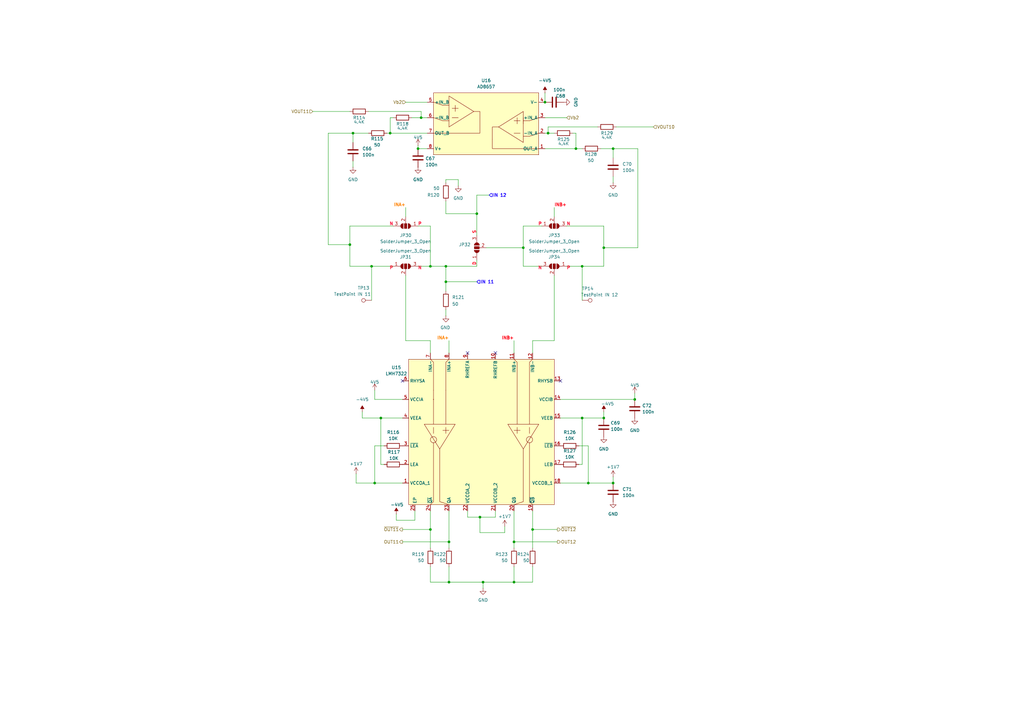
<source format=kicad_sch>
(kicad_sch (version 20231120) (generator "eeschema") (generator_version "8.0")
  (paper "A3")
  (lib_symbols
    (symbol "Connector:TestPoint" (pin_numbers hide) (pin_names (offset 0.762) hide)
      (property "Reference" "TP" (at 0 6.858 0))
      (property "Value" "TestPoint" (at 0 5.08 0))
      (symbol "TestPoint_0_1"
        (circle (center 0 3.302) (radius 0.762))
      )
      (symbol "TestPoint_1_1"
        (pin passive line (at 0 0 90) (length 2.54) (name "1") (number "1"))
      )
    )
    (symbol "Device:C" (pin_numbers hide) (pin_names (offset 0.254))
      (property "Reference" "C" (at 0.635 2.54 0))
      (property "Value" "C" (at 0.635 -2.54 0))
      (symbol "C_0_1"
        (polyline (pts (xy -2.032 -0.762) (xy 2.032 -0.762)) (stroke (width 0.508)))
        (polyline (pts (xy -2.032 0.762) (xy 2.032 0.762)) (stroke (width 0.508)))
      )
      (symbol "C_1_1"
        (pin passive line (at 0 3.81 270) (length 2.794) (name "~") (number "1"))
        (pin passive line (at 0 -3.81 90) (length 2.794) (name "~") (number "2"))
      )
    )
    (symbol "Device:R" (pin_numbers hide) (pin_names (offset 0))
      (property "Reference" "R" (at 2.032 0 90))
      (property "Value" "R" (at 0 0 90))
      (symbol "R_0_1"
        (rectangle (start -1.016 -2.54) (end 1.016 2.54) (stroke (width 0.254)))
      )
      (symbol "R_1_1"
        (pin passive line (at 0 3.81 270) (length 1.27) (name "~") (number "1"))
        (pin passive line (at 0 -3.81 90) (length 1.27) (name "~") (number "2"))
      )
    )
    (symbol "SolderJumper_3_Open_3" (pin_names (offset 0) hide) (exclude_from_sim yes) (in_bom no)
      (property "Reference" "JP" (at -2.54 -2.54 0))
      (property "Value" "SolderJumper_3_Open" (at 0 2.794 0))
      (symbol "SolderJumper_3_Open_3_0_1"
        (arc (start -1.016 1.016) (mid -2.0276 0) (end -1.016 -1.016))
        (arc (start -1.016 1.016) (mid -2.0276 0) (end -1.016 -1.016) (fill (type outline)))
        (rectangle (start -0.508 1.016) (end 0.508 -1.016) (fill (type outline)))
        (polyline (pts (xy -2.54 0) (xy -2.032 0)))
        (polyline (pts (xy -1.016 1.016) (xy -1.016 -1.016)))
        (polyline (pts (xy 0 -1.27) (xy 0 -1.016)))
        (polyline (pts (xy 1.016 1.016) (xy 1.016 -1.016)))
        (polyline (pts (xy 2.54 0) (xy 2.032 0)))
        (arc (start 1.016 -1.016) (mid 2.0276 0) (end 1.016 1.016))
        (arc (start 1.016 -1.016) (mid 2.0276 0) (end 1.016 1.016) (fill (type outline)))
      )
      (symbol "SolderJumper_3_Open_3_1_1"
        (pin passive line (at -5.08 0 0) (length 2.54) (name "A") (number "1"))
        (pin passive line (at 0 -3.81 90) (length 2.54) (name "C") (number "2"))
        (pin passive line (at 5.08 0 180) (length 2.54) (name "B") (number "3"))
      )
    )
    (symbol "power:+1V2" (power) (pin_numbers hide) (pin_names (offset 0) hide)
      (property "Value" "+1V2" (at 0 3.556 0))
      (symbol "+1V2_0_1"
        (polyline (pts (xy -0.762 1.27) (xy 0 2.54)))
        (polyline (pts (xy 0 0) (xy 0 2.54)))
        (polyline (pts (xy 0 2.54) (xy 0.762 1.27)))
      )
      (symbol "+1V2_1_1"
        (pin power_in line (at 0 0 90) (length 0) (name "~") (number "1"))
      )
    )
    (symbol "power:+8V" (power) (pin_numbers hide) (pin_names (offset 0) hide)
      (property "Value" "+8V" (at 0 3.556 0))
      (symbol "+8V_0_1"
        (polyline (pts (xy -0.762 1.27) (xy 0 2.54)))
        (polyline (pts (xy 0 0) (xy 0 2.54)))
        (polyline (pts (xy 0 2.54) (xy 0.762 1.27)))
      )
      (symbol "+8V_1_1"
        (pin power_in line (at 0 0 90) (length 0) (name "~") (number "1"))
      )
    )
    (symbol "power:-8V" (power) (pin_numbers hide) (pin_names (offset 0) hide)
      (property "Value" "-8V" (at 0 3.556 0))
      (symbol "-8V_0_0"
        (pin power_in line (at 0 0 90) (length 0) (name "~") (number "1"))
      )
      (symbol "-8V_0_1"
        (polyline (pts (xy 0 0) (xy 0 1.27) (xy 0.762 1.27) (xy 0 2.54) (xy -0.762 1.27) (xy 0 1.27)) (fill (type outline)))
      )
    )
    (symbol "power:GND" (power) (pin_numbers hide) (pin_names (offset 0) hide)
      (property "Value" "GND" (at 0 -3.81 0))
      (symbol "GND_0_1"
        (polyline (pts (xy 0 0) (xy 0 -1.27) (xy 1.27 -1.27) (xy 0 -2.54) (xy -1.27 -1.27) (xy 0 -1.27)))
      )
      (symbol "GND_1_1"
        (pin power_in line (at 0 0 270) (length 0) (name "~") (number "1"))
      )
    )
    (symbol "prova:AD8657"
      (property "Reference" "U" (at 9.906 3.556 0))
      (property "Value" "AD8657" (at 10.16 5.842 0))
      (symbol "AD8657_0_1"
        (polyline (pts (xy 12.7 17.78) (xy 12.7 20.32)))
        (polyline (pts (xy 13.97 19.05) (xy 16.51 19.05)))
        (polyline (pts (xy 13.97 24.13) (xy 16.51 24.13)))
        (polyline (pts (xy 15.24 20.32) (xy 15.24 17.78)))
        (polyline (pts (xy 16.51 19.05) (xy 16.51 19.05)))
        (polyline (pts (xy 36.83 17.78) (xy 36.83 17.78)))
        (polyline (pts (xy 39.37 13.97) (xy 41.91 13.97)))
        (polyline (pts (xy 39.37 17.78) (xy 41.91 17.78)))
        (polyline (pts (xy 40.64 15.24) (xy 40.64 12.7)))
      )
      (symbol "AD8657_1_1"
        (polyline (pts (xy 6.35 17.78) (xy 10.16 19.05)))
        (polyline (pts (xy 10.16 25.4) (xy 6.35 24.13)))
        (polyline (pts (xy 11.43 19.05) (xy 10.16 19.05)))
        (polyline (pts (xy 11.43 19.05) (xy 12.7 19.05)))
        (polyline (pts (xy 11.43 25.4) (xy 10.16 25.4)))
        (polyline (pts (xy 11.43 25.4) (xy 12.7 25.4)))
        (polyline (pts (xy 22.86 21.59) (xy 25.4 21.59) (xy 25.4 26.67)))
        (polyline (pts (xy 25.4 26.67) (xy 25.4 30.48) (xy 6.35 30.48)))
        (polyline (pts (xy 49.53 11.43) (xy 45.72 12.7) (xy 43.18 12.7)))
        (polyline (pts (xy 49.53 17.78) (xy 45.72 19.05) (xy 43.18 19.05)))
        (polyline (pts (xy 12.7 15.24) (xy 12.7 27.94) (xy 22.86 21.59) (xy 12.7 15.24)))
        (polyline (pts (xy 33.02 15.24) (xy 30.48 15.24) (xy 30.48 24.13) (xy 49.53 24.13)))
        (polyline (pts (xy 43.18 21.59) (xy 43.18 8.89) (xy 33.02 15.24) (xy 43.18 21.59)))
        (rectangle (start 6.35 33.02) (end 49.53 7.62) (fill (type background)))
        (pin output line (at 3.81 30.48 0) (length 2.54) (name "OUT_A") (number "1"))
        (pin input line (at 3.81 24.13 0) (length 2.54) (name "-IN_A") (number "2"))
        (pin input line (at 3.81 17.78 0) (length 2.54) (name "+IN_A") (number "3"))
        (pin input line (at 3.81 11.43 0) (length 2.54) (name "V-") (number "4"))
        (pin input line (at 52.07 11.43 180) (length 2.54) (name "+IN_B") (number "5"))
        (pin input line (at 52.07 17.78 180) (length 2.54) (name "-IN_B") (number "6"))
        (pin input line (at 52.07 24.13 180) (length 2.54) (name "OUT_B") (number "7"))
        (pin input line (at 52.07 30.48 180) (length 2.54) (name "V+") (number "8"))
      )
    )
    (symbol "prova:LMH7322"
      (property "Reference" "U" (at 11.684 8.89 0))
      (property "Value" "LMH7322" (at 20.32 16.51 0))
      (symbol "LMH7322_0_1"
        (circle (center -8.89 -5.08) (radius 0.0001))
        (circle (center -8.89 11.43) (radius 1.27))
        (polyline (pts (xy -8.89 -8.89) (xy -8.89 5.08)))
        (polyline (pts (xy -8.89 8.89) (xy -8.89 6.35)))
        (polyline (pts (xy -3.81 -8.89) (xy -3.81 5.08)))
        (polyline (pts (xy -3.81 8.89) (xy -3.81 6.35)))
        (polyline (pts (xy -2.54 7.62) (xy -5.08 7.62)))
        (polyline (pts (xy 25.4 8.89) (xy 25.4 6.35)))
        (polyline (pts (xy 26.67 7.62) (xy 24.13 7.62)))
        (polyline (pts (xy 30.48 -2.54) (xy 30.48 -2.54)))
        (polyline (pts (xy 30.48 8.89) (xy 30.48 6.35)))
        (polyline (pts (xy -8.89 -8.89) (xy -8.89 -20.32) (xy -10.16 -21.59)))
        (polyline (pts (xy -8.89 12.7) (xy -8.89 36.83) (xy -10.16 38.1)))
        (polyline (pts (xy -6.35 15.24) (xy -6.35 36.83) (xy -2.54 38.1)))
        (polyline (pts (xy -3.81 -8.89) (xy -3.81 -20.32) (xy -2.54 -21.59)))
        (polyline (pts (xy 27.94 15.24) (xy 27.94 36.83) (xy 24.13 38.1)))
        (polyline (pts (xy 30.48 12.7) (xy 30.48 36.83) (xy 31.75 38.1)))
        (circle (center 30.48 11.43) (radius 1.27))
      )
      (symbol "LMH7322_1_1"
        (rectangle (start -19.05 38.1) (end 40.64 -21.59) (fill (type background)))
        (polyline (pts (xy 0 5.08) (xy -12.7 5.08) (xy -6.35 15.24) (xy 0 5.08)))
        (polyline (pts (xy 24.13 -21.59) (xy 25.4 -20.32) (xy 25.4 -16.51) (xy 25.4 5.08)) (fill (type background)))
        (polyline (pts (xy 30.48 5.08) (xy 30.48 -16.51) (xy 30.48 -20.32) (xy 31.75 -21.59)) (fill (type background)))
        (polyline (pts (xy 34.29 5.08) (xy 21.59 5.08) (xy 27.94 15.24) (xy 34.29 5.08)) (fill (type background)))
        (pin input line (at -21.59 29.21 0) (length 2.54) (name "VCCOA_1") (number "1"))
        (pin input line (at 16.51 -24.13 90) (length 2.54) (name "RHREFB") (number "10"))
        (pin input line (at 24.13 -24.13 90) (length 2.54) (name "INB+") (number "11"))
        (pin input line (at 31.75 -24.13 90) (length 2.54) (name "INB-") (number "12"))
        (pin input line (at 43.18 -12.7 180) (length 2.54) (name "RHYSB") (number "13"))
        (pin input line (at 43.18 -5.08 180) (length 2.54) (name "VCCIB") (number "14"))
        (pin input line (at 43.18 2.54 180) (length 2.54) (name "VEEB") (number "15"))
        (pin input line (at 43.18 13.97 180) (length 2.54) (name "~{LEB}") (number "16"))
        (pin input line (at 43.18 21.59 180) (length 2.54) (name "LEB") (number "17"))
        (pin input line (at 43.18 29.21 180) (length 2.54) (name "VCCOB_1") (number "18"))
        (pin output line (at 31.75 40.64 270) (length 2.54) (name "~{QB}") (number "19"))
        (pin input line (at -21.59 21.59 0) (length 2.54) (name "LEA") (number "2"))
        (pin output line (at 24.13 40.64 270) (length 2.54) (name "QB") (number "20"))
        (pin input line (at 16.51 40.64 270) (length 2.54) (name "VCCOB_2") (number "21"))
        (pin input line (at 5.08 40.64 270) (length 2.54) (name "VCCOA_2") (number "22"))
        (pin output line (at -2.54 40.64 270) (length 2.54) (name "QA") (number "23"))
        (pin output line (at -10.16 40.64 270) (length 2.54) (name "~{QA}") (number "24"))
        (pin passive line (at -16.51 40.64 270) (length 2.54) (name "EP") (number "25"))
        (pin input line (at -21.59 13.97 0) (length 2.54) (name "~{LEA}") (number "3"))
        (pin input line (at -21.59 2.54 0) (length 2.54) (name "VEEA") (number "4"))
        (pin input line (at -21.59 -5.08 0) (length 2.54) (name "VCCIA") (number "5"))
        (pin input line (at -21.59 -12.7 0) (length 2.54) (name "RHYSA") (number "6"))
        (pin input line (at -10.16 -24.13 90) (length 2.54) (name "INA-") (number "7"))
        (pin input line (at -2.54 -24.13 90) (length 2.54) (name "INA+") (number "8"))
        (pin input line (at 5.08 -24.13 90) (length 2.54) (name "RHREFA") (number "9"))
      )
    )
  )
  (junction (at 210.82 222.25))
  (junction (at 152.4 109.22))
  (junction (at 160.02 54.61))
  (junction (at 143.51 100.33))
  (junction (at 198.12 238.76))
  (junction (at 241.3 198.12))
  (junction (at 196.85 212.09))
  (junction (at 210.82 238.76))
  (junction (at 251.46 60.96))
  (junction (at 176.53 217.17))
  (junction (at 218.44 217.17))
  (junction (at 184.15 238.76))
  (junction (at 238.76 171.45))
  (junction (at 182.88 109.22))
  (junction (at 251.46 198.12))
  (junction (at 144.78 54.61))
  (junction (at 171.45 60.96))
  (junction (at 214.63 101.6))
  (junction (at 224.79 54.61))
  (junction (at 236.22 60.96))
  (junction (at 176.53 109.22))
  (junction (at 182.88 115.57))
  (junction (at 184.15 222.25))
  (junction (at 156.21 171.45))
  (junction (at 195.58 87.63))
  (junction (at 247.65 101.6))
  (junction (at 247.65 171.45))
  (junction (at 238.76 109.22))
  (junction (at 153.67 198.12))
  (junction (at 260.35 163.83))
  (junction (at 223.52 41.91))
  (junction (at 172.72 48.26))
  (no_connect (at 165.1 156.21))
  (no_connect (at 191.77 144.78))
  (no_connect (at 229.87 156.21))
  (no_connect (at 203.2 144.78))
  (wire (pts (xy 237.49 182.88) (xy 241.3 182.88)))
  (wire (pts (xy 184.15 222.25) (xy 184.15 224.79)))
  (wire (pts (xy 182.88 127) (xy 182.88 129.54)))
  (wire (pts (xy 146.05 194.31) (xy 146.05 198.12)))
  (wire (pts (xy 182.88 115.57) (xy 195.58 115.57)))
  (wire (pts (xy 228.6 217.17) (xy 218.44 217.17)))
  (wire (pts (xy 214.63 109.22) (xy 222.25 109.22)))
  (wire (pts (xy 165.1 198.12) (xy 153.67 198.12)))
  (wire (pts (xy 184.15 222.25) (xy 165.1 222.25)))
  (wire (pts (xy 158.75 54.61) (xy 160.02 54.61)))
  (wire (pts (xy 166.37 139.7) (xy 176.53 139.7)))
  (wire (pts (xy 191.77 212.09) (xy 191.77 209.55)))
  (wire (pts (xy 182.88 119.38) (xy 182.88 115.57)))
  (wire (pts (xy 247.65 101.6) (xy 247.65 109.22)))
  (wire (pts (xy 228.6 222.25) (xy 210.82 222.25)))
  (wire (pts (xy 218.44 238.76) (xy 210.82 238.76)))
  (wire (pts (xy 203.2 212.09) (xy 203.2 209.55)))
  (wire (pts (xy 241.3 198.12) (xy 229.87 198.12)))
  (wire (pts (xy 195.58 106.68) (xy 195.58 109.22)))
  (wire (pts (xy 199.39 101.6) (xy 214.63 101.6)))
  (wire (pts (xy 182.88 73.66) (xy 187.96 73.66)))
  (wire (pts (xy 214.63 92.71) (xy 214.63 101.6)))
  (wire (pts (xy 170.18 209.55) (xy 170.18 213.36)))
  (wire (pts (xy 210.82 222.25) (xy 210.82 224.79)))
  (wire (pts (xy 176.53 209.55) (xy 176.53 217.17)))
  (wire (pts (xy 236.22 54.61) (xy 236.22 60.96)))
  (wire (pts (xy 184.15 209.55) (xy 184.15 222.25)))
  (wire (pts (xy 156.21 190.5) (xy 156.21 171.45)))
  (wire (pts (xy 152.4 109.22) (xy 152.4 123.19)))
  (wire (pts (xy 153.67 198.12) (xy 146.05 198.12)))
  (wire (pts (xy 191.77 212.09) (xy 196.85 212.09)))
  (wire (pts (xy 227.33 139.7) (xy 227.33 113.03)))
  (wire (pts (xy 156.21 171.45) (xy 148.59 171.45)))
  (wire (pts (xy 171.45 59.69) (xy 171.45 60.96)))
  (wire (pts (xy 176.53 144.78) (xy 176.53 139.7)))
  (wire (pts (xy 218.44 217.17) (xy 218.44 224.79)))
  (wire (pts (xy 218.44 232.41) (xy 218.44 238.76)))
  (wire (pts (xy 195.58 80.01) (xy 195.58 87.63)))
  (wire (pts (xy 247.65 171.45) (xy 238.76 171.45)))
  (wire (pts (xy 251.46 64.77) (xy 251.46 60.96)))
  (wire (pts (xy 223.52 60.96) (xy 236.22 60.96)))
  (wire (pts (xy 153.67 163.83) (xy 165.1 163.83)))
  (wire (pts (xy 134.62 100.33) (xy 134.62 54.61)))
  (wire (pts (xy 143.51 92.71) (xy 161.29 92.71)))
  (wire (pts (xy 182.88 82.55) (xy 182.88 87.63)))
  (wire (pts (xy 144.78 58.42) (xy 144.78 54.61)))
  (wire (pts (xy 166.37 113.03) (xy 166.37 139.7)))
  (wire (pts (xy 224.79 54.61) (xy 227.33 54.61)))
  (wire (pts (xy 143.51 109.22) (xy 152.4 109.22)))
  (wire (pts (xy 198.12 238.76) (xy 198.12 241.3)))
  (wire (pts (xy 134.62 54.61) (xy 144.78 54.61)))
  (wire (pts (xy 176.53 109.22) (xy 171.45 109.22)))
  (wire (pts (xy 251.46 198.12) (xy 241.3 198.12)))
  (wire (pts (xy 224.79 52.07) (xy 245.11 52.07)))
  (wire (pts (xy 128.27 45.72) (xy 143.51 45.72)))
  (wire (pts (xy 160.02 54.61) (xy 160.02 48.26)))
  (wire (pts (xy 247.65 168.91) (xy 247.65 171.45)))
  (wire (pts (xy 237.49 190.5) (xy 238.76 190.5)))
  (wire (pts (xy 170.18 213.36) (xy 162.56 213.36)))
  (wire (pts (xy 153.67 182.88) (xy 157.48 182.88)))
  (wire (pts (xy 196.85 218.44) (xy 207.01 218.44)))
  (wire (pts (xy 162.56 210.82) (xy 162.56 213.36)))
  (wire (pts (xy 246.38 60.96) (xy 251.46 60.96)))
  (wire (pts (xy 224.79 54.61) (xy 223.52 54.61)))
  (wire (pts (xy 214.63 101.6) (xy 214.63 109.22)))
  (wire (pts (xy 267.97 52.07) (xy 252.73 52.07)))
  (wire (pts (xy 176.53 217.17) (xy 176.53 224.79)))
  (wire (pts (xy 184.15 139.7) (xy 184.15 144.78)))
  (wire (pts (xy 261.62 60.96) (xy 251.46 60.96)))
  (wire (pts (xy 218.44 139.7) (xy 227.33 139.7)))
  (wire (pts (xy 251.46 195.58) (xy 251.46 198.12)))
  (wire (pts (xy 247.65 101.6) (xy 261.62 101.6)))
  (wire (pts (xy 166.37 85.09) (xy 166.37 88.9)))
  (wire (pts (xy 175.26 60.96) (xy 171.45 60.96)))
  (wire (pts (xy 165.1 171.45) (xy 156.21 171.45)))
  (wire (pts (xy 195.58 87.63) (xy 195.58 96.52)))
  (wire (pts (xy 143.51 100.33) (xy 134.62 100.33)))
  (wire (pts (xy 229.87 163.83) (xy 260.35 163.83)))
  (wire (pts (xy 210.82 209.55) (xy 210.82 222.25)))
  (wire (pts (xy 195.58 109.22) (xy 182.88 109.22)))
  (wire (pts (xy 153.67 160.02) (xy 153.67 163.83)))
  (wire (pts (xy 166.37 41.91) (xy 175.26 41.91)))
  (wire (pts (xy 148.59 168.91) (xy 148.59 171.45)))
  (wire (pts (xy 153.67 182.88) (xy 153.67 198.12)))
  (wire (pts (xy 196.85 212.09) (xy 196.85 218.44)))
  (wire (pts (xy 210.82 232.41) (xy 210.82 238.76)))
  (wire (pts (xy 224.79 54.61) (xy 224.79 52.07)))
  (wire (pts (xy 241.3 182.88) (xy 241.3 198.12)))
  (wire (pts (xy 143.51 100.33) (xy 143.51 109.22)))
  (wire (pts (xy 236.22 60.96) (xy 238.76 60.96)))
  (wire (pts (xy 196.85 212.09) (xy 203.2 212.09)))
  (wire (pts (xy 182.88 87.63) (xy 195.58 87.63)))
  (wire (pts (xy 207.01 215.9) (xy 207.01 218.44)))
  (wire (pts (xy 172.72 48.26) (xy 172.72 45.72)))
  (wire (pts (xy 227.33 85.09) (xy 227.33 88.9)))
  (wire (pts (xy 195.58 80.01) (xy 200.66 80.01)))
  (wire (pts (xy 144.78 66.04) (xy 144.78 68.58)))
  (wire (pts (xy 182.88 73.66) (xy 182.88 74.93)))
  (wire (pts (xy 261.62 101.6) (xy 261.62 60.96)))
  (wire (pts (xy 157.48 190.5) (xy 156.21 190.5)))
  (wire (pts (xy 176.53 92.71) (xy 176.53 109.22)))
  (wire (pts (xy 176.53 217.17) (xy 165.1 217.17)))
  (wire (pts (xy 223.52 38.1) (xy 223.52 41.91)))
  (wire (pts (xy 152.4 109.22) (xy 161.29 109.22)))
  (wire (pts (xy 234.95 54.61) (xy 236.22 54.61)))
  (wire (pts (xy 184.15 238.76) (xy 176.53 238.76)))
  (wire (pts (xy 171.45 92.71) (xy 176.53 92.71)))
  (wire (pts (xy 218.44 144.78) (xy 218.44 139.7)))
  (wire (pts (xy 232.41 92.71) (xy 247.65 92.71)))
  (wire (pts (xy 182.88 109.22) (xy 176.53 109.22)))
  (wire (pts (xy 187.96 73.66) (xy 187.96 76.2)))
  (wire (pts (xy 176.53 232.41) (xy 176.53 238.76)))
  (wire (pts (xy 168.91 48.26) (xy 172.72 48.26)))
  (wire (pts (xy 238.76 109.22) (xy 247.65 109.22)))
  (wire (pts (xy 232.41 109.22) (xy 238.76 109.22)))
  (wire (pts (xy 229.87 171.45) (xy 238.76 171.45)))
  (wire (pts (xy 143.51 92.71) (xy 143.51 100.33)))
  (wire (pts (xy 198.12 238.76) (xy 184.15 238.76)))
  (wire (pts (xy 210.82 238.76) (xy 198.12 238.76)))
  (wire (pts (xy 160.02 54.61) (xy 175.26 54.61)))
  (wire (pts (xy 238.76 109.22) (xy 238.76 123.19)))
  (wire (pts (xy 151.13 45.72) (xy 172.72 45.72)))
  (wire (pts (xy 222.25 92.71) (xy 214.63 92.71)))
  (wire (pts (xy 260.35 161.29) (xy 260.35 163.83)))
  (wire (pts (xy 184.15 232.41) (xy 184.15 238.76)))
  (wire (pts (xy 218.44 209.55) (xy 218.44 217.17)))
  (wire (pts (xy 247.65 92.71) (xy 247.65 101.6)))
  (wire (pts (xy 144.78 54.61) (xy 151.13 54.61)))
  (wire (pts (xy 238.76 190.5) (xy 238.76 171.45)))
  (wire (pts (xy 251.46 72.39) (xy 251.46 74.93)))
  (wire (pts (xy 223.52 48.26) (xy 232.41 48.26)))
  (wire (pts (xy 172.72 48.26) (xy 175.26 48.26)))
  (wire (pts (xy 210.82 139.7) (xy 210.82 144.78)))
  (wire (pts (xy 182.88 109.22) (xy 182.88 115.57)))
  (wire (pts (xy 160.02 48.26) (xy 161.29 48.26)))
  (text "P\n" (at 160.528 109.982 0) (effects (font (size 1.27 1.27) (thickness 0.254) (bold yes))))
  (text "S" (at 194.564 95.25 90) (effects (font (size 1.27 1.27) (thickness 0.254) (bold yes))))
  (text "N" (at 160.528 91.948 0) (effects (font (size 1.27 1.27) (thickness 0.254) (bold yes))))
  (text "P\n" (at 233.172 109.982 0) (effects (font (size 1.27 1.27) (thickness 0.254) (bold yes))))
  (text "N" (at 221.488 109.982 0) (effects (font (size 1.27 1.27) (thickness 0.254) (bold yes))))
  (text "D" (at 194.564 108.204 90) (effects (font (size 1.27 1.27) (thickness 0.254) (bold yes))))
  (text "N" (at 233.172 91.948 0) (effects (font (size 1.27 1.27) (thickness 0.254) (bold yes))))
  (text "P\n" (at 221.488 91.948 0) (effects (font (size 1.27 1.27) (thickness 0.254) (bold yes))))
  (text "N" (at 172.212 109.982 0) (effects (font (size 1.27 1.27) (thickness 0.254) (bold yes))))
  (text "P\n" (at 172.212 91.948 0) (effects (font (size 1.27 1.27) (thickness 0.254) (bold yes))))
  (label "INB+" (at 227.33 85.09 0) (effects (font (thickness 0.254) (bold yes))))
  (label "INB+" (at 210.82 139.7 180) (effects (font (thickness 0.254) (bold yes))))
  (label "INA+" (at 166.37 85.09 180) (effects (font (thickness 0.254) (bold yes))))
  (label "INA+" (at 184.15 139.7 180) (effects (font (thickness 0.254) (bold yes))))
  (hierarchical_label "Vb2" (shape input) (at 232.41 48.26 0))
  (hierarchical_label "OUT11" (shape output) (at 165.1 222.25 180))
  (hierarchical_label "OUT12" (shape output) (at 228.6 222.25 0))
  (hierarchical_label "~{OUT11}" (shape output) (at 165.1 217.17 180))
  (hierarchical_label "VOUT11" (shape input) (at 128.27 45.72 180))
  (hierarchical_label "VOUT10" (shape input) (at 267.97 52.07 0))
  (hierarchical_label "IN 11" (shape input) (at 195.58 115.57 0) (effects (font (thickness 0.254) (bold yes))))
  (hierarchical_label "Vb2" (shape input) (at 166.37 41.91 180))
  (hierarchical_label "IN 12" (shape input) (at 200.66 80.01 0) (effects (font (thickness 0.254) (bold yes))))
  (hierarchical_label "~{OUT12}" (shape output) (at 228.6 217.17 0))
  (symbol (lib_id "prova:AD8657") (at 227.33 30.48 180) (unit 1)
    (property "Reference" "U16" (at 199.39 33.02 0))
    (property "Value" "AD8657" (at 199.39 35.56 0))
    (property "Footprint" "SamacSys_Parts:SOP65P490X110-8N" (effects (hide yes)))
  )
  (symbol (lib_id "Device:C") (at 260.35 167.64 0) (unit 1)
    (property "Reference" "C72" (at 263.398 166.37 0) (effects (justify left)))
    (property "Value" "100n" (at 263.398 168.91 0) (effects (justify left)))
    (property "Footprint" "Capacitor_SMD:C_0603_1608Metric_Pad1.08x0.95mm_HandSolder" (effects (hide yes)))
    (property "Description" "Unpolarized capacitor" (effects (hide yes)))
  )
  (symbol (lib_id "Device:C") (at 144.78 62.23 0) (unit 1)
    (property "Reference" "C66" (at 148.59 60.9599 0) (effects (justify left)))
    (property "Value" "100n" (at 148.59 63.4999 0) (effects (justify left)))
    (property "Footprint" "Capacitor_SMD:C_0603_1608Metric_Pad1.08x0.95mm_HandSolder" (effects (hide yes)))
    (property "Description" "Unpolarized capacitor" (effects (hide yes)))
  )
  (symbol (lib_id "Device:R") (at 154.94 54.61 90) (unit 1)
    (property "Reference" "R115" (at 154.686 56.896 90))
    (property "Value" "50" (at 154.686 59.436 90))
    (property "Footprint" "Resistor_SMD:R_0603_1608Metric_Pad0.98x0.95mm_HandSolder" (effects (hide yes)))
    (property "Description" "Resistor" (effects (hide yes)))
  )
  (symbol (lib_id "power:+8V") (at 171.45 59.69 0) (unit 1)
    (property "Reference" "#PWR0172" (effects (hide yes)))
    (property "Value" "4V5" (at 171.45 56.388 0))
    (property "Description" "Power symbol creates a global label with name \"+8V\"" (effects (hide yes)))
  )
  (symbol (lib_id "Device:R") (at 242.57 60.96 90) (unit 1)
    (property "Reference" "R128" (at 242.316 63.246 90))
    (property "Value" "50" (at 242.316 65.786 90))
    (property "Footprint" "Resistor_SMD:R_0603_1608Metric_Pad0.98x0.95mm_HandSolder" (effects (hide yes)))
    (property "Description" "Resistor" (effects (hide yes)))
  )
  (symbol (lib_id "Device:C") (at 251.46 201.93 0) (unit 1)
    (property "Reference" "C71" (at 255.27 200.6599 0) (effects (justify left)))
    (property "Value" "100n" (at 255.27 203.1999 0) (effects (justify left)))
    (property "Footprint" "Capacitor_SMD:C_0603_1608Metric_Pad1.08x0.95mm_HandSolder" (effects (hide yes)))
    (property "Description" "Unpolarized capacitor" (effects (hide yes)))
  )
  (symbol (lib_id "Device:C") (at 171.45 64.77 0) (unit 1)
    (property "Reference" "C67" (at 174.498 65.024 0) (effects (justify left)))
    (property "Value" "100n" (at 174.498 67.564 0) (effects (justify left)))
    (property "Footprint" "Capacitor_SMD:C_0603_1608Metric_Pad1.08x0.95mm_HandSolder" (effects (hide yes)))
    (property "Description" "Unpolarized capacitor" (effects (hide yes)))
  )
  (symbol (lib_id "power:GND") (at 187.96 76.2 0) (unit 1)
    (property "Reference" "#PWR0175" (effects (hide yes)))
    (property "Value" "GND" (at 187.96 81.28 0))
    (property "Description" "Power symbol creates a global label with name \"GND\" , ground" (effects (hide yes)))
  )
  (symbol (lib_id "Device:R") (at 161.29 190.5 270) (mirror x) (unit 1)
    (property "Reference" "R117" (at 161.544 185.42 90))
    (property "Value" "10K" (at 161.544 187.96 90))
    (property "Footprint" "Resistor_SMD:R_0603_1608Metric_Pad0.98x0.95mm_HandSolder" (effects (hide yes)))
    (property "Description" "Resistor" (effects (hide yes)))
  )
  (symbol (lib_id "power:GND") (at 251.46 205.74 0) (unit 1)
    (property "Reference" "#PWR0185" (effects (hide yes)))
    (property "Value" "GND" (at 251.46 210.82 0))
    (property "Description" "Power symbol creates a global label with name \"GND\" , ground" (effects (hide yes)))
  )
  (symbol (lib_id "power:-8V") (at 223.52 38.1 0) (unit 1)
    (property "Reference" "#PWR0178" (effects (hide yes)))
    (property "Value" "-4V5" (at 223.52 33.02 0))
    (property "Description" "Power symbol creates a global label with name \"-8V\"" (effects (hide yes)))
  )
  (symbol (lib_id "power:+1V2") (at 207.01 215.9 0) (mirror y) (unit 1)
    (property "Reference" "#PWR0177" (effects (hide yes)))
    (property "Value" "+1V7" (at 207.01 211.836 0))
    (property "Description" "Power symbol creates a global label with name \"+1V2\"" (effects (hide yes)))
  )
  (symbol (lib_id "Device:R") (at 182.88 78.74 0) (unit 1)
    (property "Reference" "R120" (at 180.34 80.0101 0) (effects (justify right)))
    (property "Value" "50" (at 180.34 77.216 0) (effects (justify right)))
    (property "Footprint" "Resistor_SMD:R_0603_1608Metric_Pad0.98x0.95mm_HandSolder" (effects (hide yes)))
    (property "Description" "Resistor" (effects (hide yes)))
  )
  (symbol (lib_id "power:GND") (at 198.12 241.3 0) (mirror y) (unit 1)
    (property "Reference" "#PWR0176" (effects (hide yes)))
    (property "Value" "GND" (at 198.12 246.126 0))
    (property "Description" "Power symbol creates a global label with name \"GND\" , ground" (effects (hide yes)))
  )
  (symbol (lib_name "SolderJumper_3_Open_3") (lib_id "Jumper:SolderJumper_3_Open") (at 195.58 101.6 90) (unit 1) (exclude_from_sim yes) (in_bom no)
    (property "Reference" "JP32" (at 193.04 100.3299 90) (effects (justify left)))
    (property "Value" "SolderJumper_3_Open" (effects (hide yes)))
    (property "Footprint" "Jumper:SolderJumper-3_P1.3mm_Open_RoundedPad1.0x1.5mm_NumberLabels" (effects (hide yes)))
    (property "Description" "Solder Jumper, 3-pole, open" (effects (hide yes)))
  )
  (symbol (lib_id "power:GND") (at 182.88 129.54 0) (unit 1)
    (property "Reference" "#PWR0174" (effects (hide yes)))
    (property "Value" "GND" (at 182.626 134.366 0))
    (property "Description" "Power symbol creates a global label with name \"GND\" , ground" (effects (hide yes)))
  )
  (symbol (lib_id "Device:R") (at 184.15 228.6 0) (mirror y) (unit 1)
    (property "Reference" "R122" (at 182.88 227.33 0) (effects (justify left)))
    (property "Value" "50" (at 182.88 229.87 0) (effects (justify left)))
    (property "Footprint" "Resistor_SMD:R_0603_1608Metric_Pad0.98x0.95mm_HandSolder" (effects (hide yes)))
    (property "Description" "Resistor" (effects (hide yes)))
  )
  (symbol (lib_id "power:+8V") (at 153.67 160.02 0) (mirror y) (unit 1)
    (property "Reference" "#PWR0170" (effects (hide yes)))
    (property "Value" "4V5" (at 153.67 156.718 0))
    (property "Description" "Power symbol creates a global label with name \"+8V\"" (effects (hide yes)))
  )
  (symbol (lib_id "Device:R") (at 147.32 45.72 270) (unit 1)
    (property "Reference" "R114" (at 147.32 48.26 90))
    (property "Value" "4.4K" (at 147.32 50.038 90))
    (property "Footprint" "Resistor_SMD:R_0603_1608Metric_Pad0.98x0.95mm_HandSolder" (effects (hide yes)))
    (property "Description" "Resistor" (effects (hide yes)))
  )
  (symbol (lib_id "Device:R") (at 233.68 182.88 270) (mirror x) (unit 1)
    (property "Reference" "R126" (at 233.68 177.292 90))
    (property "Value" "10K" (at 233.68 179.832 90))
    (property "Footprint" "Resistor_SMD:R_0603_1608Metric_Pad0.98x0.95mm_HandSolder" (effects (hide yes)))
    (property "Description" "Resistor" (effects (hide yes)))
  )
  (symbol (lib_id "prova:LMH7322") (at 186.69 168.91 0) (mirror x) (unit 1)
    (property "Reference" "U15" (at 162.56 150.7138 0))
    (property "Value" "LMH7322" (at 162.56 153.2538 0))
    (property "Footprint" "SamacSys_Parts:QFN50P400X400X80-25N" (effects (hide yes)))
  )
  (symbol (lib_name "SolderJumper_3_Open_3") (lib_id "Jumper:SolderJumper_3_Open") (at 227.33 109.22 0) (mirror y) (unit 1) (exclude_from_sim yes) (in_bom no)
    (property "Reference" "JP34" (at 227.33 105.41 0))
    (property "Value" "SolderJumper_3_Open" (at 227.33 102.87 0))
    (property "Footprint" "Jumper:SolderJumper-3_P1.3mm_Open_RoundedPad1.0x1.5mm_NumberLabels" (effects (hide yes)))
    (property "Description" "Solder Jumper, 3-pole, open" (effects (hide yes)))
  )
  (symbol (lib_name "SolderJumper_3_Open_3") (lib_id "Jumper:SolderJumper_3_Open") (at 227.33 92.71 0) (mirror x) (unit 1) (exclude_from_sim yes) (in_bom no)
    (property "Reference" "JP33" (at 227.33 96.52 0))
    (property "Value" "SolderJumper_3_Open" (at 227.33 99.06 0))
    (property "Footprint" "Jumper:SolderJumper-3_P1.3mm_Open_RoundedPad1.0x1.5mm_NumberLabels" (effects (hide yes)))
    (property "Description" "Solder Jumper, 3-pole, open" (effects (hide yes)))
  )
  (symbol (lib_id "power:+8V") (at 260.35 161.29 0) (mirror y) (unit 1)
    (property "Reference" "#PWR0180" (effects (hide yes)))
    (property "Value" "4V5" (at 260.35 157.988 0))
    (property "Description" "Power symbol creates a global label with name \"+8V\"" (effects (hide yes)))
  )
  (symbol (lib_id "Device:C") (at 251.46 68.58 0) (unit 1)
    (property "Reference" "C70" (at 255.27 67.3099 0) (effects (justify left)))
    (property "Value" "100n" (at 255.27 69.8499 0) (effects (justify left)))
    (property "Footprint" "Capacitor_SMD:C_0603_1608Metric_Pad1.08x0.95mm_HandSolder" (effects (hide yes)))
    (property "Description" "Unpolarized capacitor" (effects (hide yes)))
  )
  (symbol (lib_id "power:GND") (at 247.65 179.07 0) (unit 1)
    (property "Reference" "#PWR0182" (effects (hide yes)))
    (property "Value" "GND" (at 247.65 184.15 0))
    (property "Description" "Power symbol creates a global label with name \"GND\" , ground" (effects (hide yes)))
  )
  (symbol (lib_id "Device:R") (at 182.88 123.19 180) (unit 1)
    (property "Reference" "R121" (at 185.42 121.9199 0) (effects (justify right)))
    (property "Value" "50" (at 185.42 124.714 0) (effects (justify right)))
    (property "Footprint" "Resistor_SMD:R_0603_1608Metric_Pad0.98x0.95mm_HandSolder" (effects (hide yes)))
    (property "Description" "Resistor" (effects (hide yes)))
  )
  (symbol (lib_id "power:GND") (at 260.35 171.45 0) (unit 1)
    (property "Reference" "#PWR0186" (effects (hide yes)))
    (property "Value" "GND" (at 260.35 176.53 0))
    (property "Description" "Power symbol creates a global label with name \"GND\" , ground" (effects (hide yes)))
  )
  (symbol (lib_name "SolderJumper_3_Open_3") (lib_id "Jumper:SolderJumper_3_Open") (at 166.37 109.22 0) (unit 1) (exclude_from_sim yes) (in_bom no)
    (property "Reference" "JP31" (at 166.37 105.41 0))
    (property "Value" "SolderJumper_3_Open" (at 166.37 102.87 0))
    (property "Footprint" "Jumper:SolderJumper-3_P1.3mm_Open_RoundedPad1.0x1.5mm_NumberLabels" (effects (hide yes)))
    (property "Description" "Solder Jumper, 3-pole, open" (effects (hide yes)))
  )
  (symbol (lib_id "Device:C") (at 227.33 41.91 90) (unit 1)
    (property "Reference" "C68" (at 231.902 39.37 90) (effects (justify left)))
    (property "Value" "100n" (at 231.902 36.83 90) (effects (justify left)))
    (property "Footprint" "Capacitor_SMD:C_0603_1608Metric_Pad1.08x0.95mm_HandSolder" (effects (hide yes)))
    (property "Description" "Unpolarized capacitor" (effects (hide yes)))
  )
  (symbol (lib_id "power:GND") (at 171.45 68.58 0) (unit 1)
    (property "Reference" "#PWR0173" (effects (hide yes)))
    (property "Value" "GND" (at 171.45 73.66 0))
    (property "Description" "Power symbol creates a global label with name \"GND\" , ground" (effects (hide yes)))
  )
  (symbol (lib_id "Device:R") (at 165.1 48.26 270) (unit 1)
    (property "Reference" "R118" (at 165.1 50.8 90))
    (property "Value" "4.4K" (at 165.1 52.578 90))
    (property "Footprint" "Resistor_SMD:R_0603_1608Metric_Pad0.98x0.95mm_HandSolder" (effects (hide yes)))
    (property "Description" "Resistor" (effects (hide yes)))
  )
  (symbol (lib_id "Device:R") (at 248.92 52.07 270) (unit 1)
    (property "Reference" "R129" (at 248.92 54.61 90))
    (property "Value" "4.4K" (at 248.92 56.388 90))
    (property "Footprint" "Resistor_SMD:R_0603_1608Metric_Pad0.98x0.95mm_HandSolder" (effects (hide yes)))
    (property "Description" "Resistor" (effects (hide yes)))
  )
  (symbol (lib_id "Device:R") (at 210.82 228.6 0) (mirror y) (unit 1)
    (property "Reference" "R123" (at 208.28 227.3299 0) (effects (justify left)))
    (property "Value" "50" (at 208.28 229.8699 0) (effects (justify left)))
    (property "Footprint" "Resistor_SMD:R_0603_1608Metric_Pad0.98x0.95mm_HandSolder" (effects (hide yes)))
    (property "Description" "Resistor" (effects (hide yes)))
  )
  (symbol (lib_id "power:+1V2") (at 146.05 194.31 0) (mirror y) (unit 1)
    (property "Reference" "#PWR0168" (effects (hide yes)))
    (property "Value" "+1V7" (at 146.05 190.246 0))
    (property "Description" "Power symbol creates a global label with name \"+1V2\"" (effects (hide yes)))
  )
  (symbol (lib_id "Device:R") (at 161.29 182.88 270) (mirror x) (unit 1)
    (property "Reference" "R116" (at 161.29 177.292 90))
    (property "Value" "10K" (at 161.29 179.832 90))
    (property "Footprint" "Resistor_SMD:R_0603_1608Metric_Pad0.98x0.95mm_HandSolder" (effects (hide yes)))
    (property "Description" "Resistor" (effects (hide yes)))
  )
  (symbol (lib_id "Device:R") (at 231.14 54.61 270) (unit 1)
    (property "Reference" "R125" (at 231.14 57.15 90))
    (property "Value" "4.4K" (at 231.14 58.928 90))
    (property "Footprint" "Resistor_SMD:R_0603_1608Metric_Pad0.98x0.95mm_HandSolder" (effects (hide yes)))
    (property "Description" "Resistor" (effects (hide yes)))
  )
  (symbol (lib_id "power:GND") (at 251.46 74.93 0) (unit 1)
    (property "Reference" "#PWR0183" (effects (hide yes)))
    (property "Value" "GND" (at 251.46 80.01 0))
    (property "Description" "Power symbol creates a global label with name \"GND\" , ground" (effects (hide yes)))
  )
  (symbol (lib_id "Connector:TestPoint") (at 152.4 123.19 90) (unit 1)
    (property "Reference" "TP13" (at 149.098 118.11 90))
    (property "Value" "TestPoint IN 11" (at 144.526 120.65 90))
    (property "Footprint" "TestPoint:TestPoint_Pad_D1.0mm" (effects (hide yes)))
    (property "Description" "test point" (effects (hide yes)))
  )
  (symbol (lib_id "Device:R") (at 233.68 190.5 270) (mirror x) (unit 1)
    (property "Reference" "R127" (at 233.68 184.912 90))
    (property "Value" "10K" (at 233.68 187.452 90))
    (property "Footprint" "Resistor_SMD:R_0603_1608Metric_Pad0.98x0.95mm_HandSolder" (effects (hide yes)))
    (property "Description" "Resistor" (effects (hide yes)))
  )
  (symbol (lib_id "power:-8V") (at 247.65 168.91 0) (mirror y) (unit 1)
    (property "Reference" "#PWR0181" (effects (hide yes)))
    (property "Value" "-4V5" (at 249.174 165.608 0))
    (property "Description" "Power symbol creates a global label with name \"-8V\"" (effects (hide yes)))
  )
  (symbol (lib_id "power:-8V") (at 148.59 168.91 0) (mirror y) (unit 1)
    (property "Reference" "#PWR0169" (effects (hide yes)))
    (property "Value" "-4V5" (at 148.59 163.83 0))
    (property "Description" "Power symbol creates a global label with name \"-8V\"" (effects (hide yes)))
  )
  (symbol (lib_name "SolderJumper_3_Open_3") (lib_id "Jumper:SolderJumper_3_Open") (at 166.37 92.71 180) (unit 1) (exclude_from_sim yes) (in_bom no)
    (property "Reference" "JP30" (at 166.37 96.52 0))
    (property "Value" "SolderJumper_3_Open" (at 166.37 99.06 0))
    (property "Footprint" "Jumper:SolderJumper-3_P1.3mm_Open_RoundedPad1.0x1.5mm_NumberLabels" (effects (hide yes)))
    (property "Description" "Solder Jumper, 3-pole, open" (effects (hide yes)))
  )
  (symbol (lib_id "Device:C") (at 247.65 175.26 0) (unit 1)
    (property "Reference" "C69" (at 250.444 173.482 0) (effects (justify left)))
    (property "Value" "100n" (at 250.444 176.022 0) (effects (justify left)))
    (property "Footprint" "Capacitor_SMD:C_0603_1608Metric_Pad1.08x0.95mm_HandSolder" (effects (hide yes)))
    (property "Description" "Unpolarized capacitor" (effects (hide yes)))
  )
  (symbol (lib_id "power:GND") (at 231.14 41.91 90) (unit 1)
    (property "Reference" "#PWR0179" (effects (hide yes)))
    (property "Value" "GND" (at 236.22 41.91 0))
    (property "Description" "Power symbol creates a global label with name \"GND\" , ground" (effects (hide yes)))
  )
  (symbol (lib_id "Device:R") (at 176.53 228.6 0) (mirror y) (unit 1)
    (property "Reference" "R119" (at 173.99 227.3299 0) (effects (justify left)))
    (property "Value" "50" (at 173.99 229.8699 0) (effects (justify left)))
    (property "Footprint" "Resistor_SMD:R_0603_1608Metric_Pad0.98x0.95mm_HandSolder" (effects (hide yes)))
    (property "Description" "Resistor" (effects (hide yes)))
  )
  (symbol (lib_id "Connector:TestPoint") (at 238.76 123.19 270) (unit 1)
    (property "Reference" "TP14" (at 241.046 118.364 90))
    (property "Value" "TestPoint IN 12" (at 245.872 120.904 90))
    (property "Footprint" "TestPoint:TestPoint_Pad_D1.0mm" (effects (hide yes)))
    (property "Description" "test point" (effects (hide yes)))
  )
  (symbol (lib_id "Device:R") (at 218.44 228.6 0) (mirror y) (unit 1)
    (property "Reference" "R124" (at 217.17 227.33 0) (effects (justify left)))
    (property "Value" "50" (at 217.17 229.87 0) (effects (justify left)))
    (property "Footprint" "Resistor_SMD:R_0603_1608Metric_Pad0.98x0.95mm_HandSolder" (effects (hide yes)))
    (property "Description" "Resistor" (effects (hide yes)))
  )
  (symbol (lib_id "power:+1V2") (at 251.46 195.58 0) (mirror y) (unit 1)
    (property "Reference" "#PWR0184" (effects (hide yes)))
    (property "Value" "+1V7" (at 251.46 191.516 0))
    (property "Description" "Power symbol creates a global label with name \"+1V2\"" (effects (hide yes)))
  )
  (symbol (lib_id "power:GND") (at 144.78 68.58 0) (unit 1)
    (property "Reference" "#PWR0167" (effects (hide yes)))
    (property "Value" "GND" (at 144.78 73.66 0))
    (property "Description" "Power symbol creates a global label with name \"GND\" , ground" (effects (hide yes)))
  )
  (symbol (lib_id "power:-8V") (at 162.56 210.82 0) (mirror y) (unit 1)
    (property "Reference" "#PWR0151" (effects (hide yes)))
    (property "Value" "-4V5" (at 162.814 207.01 0))
    (property "Description" "Power symbol creates a global label with name \"-8V\"" (effects (hide yes)))
  )
)
</source>
